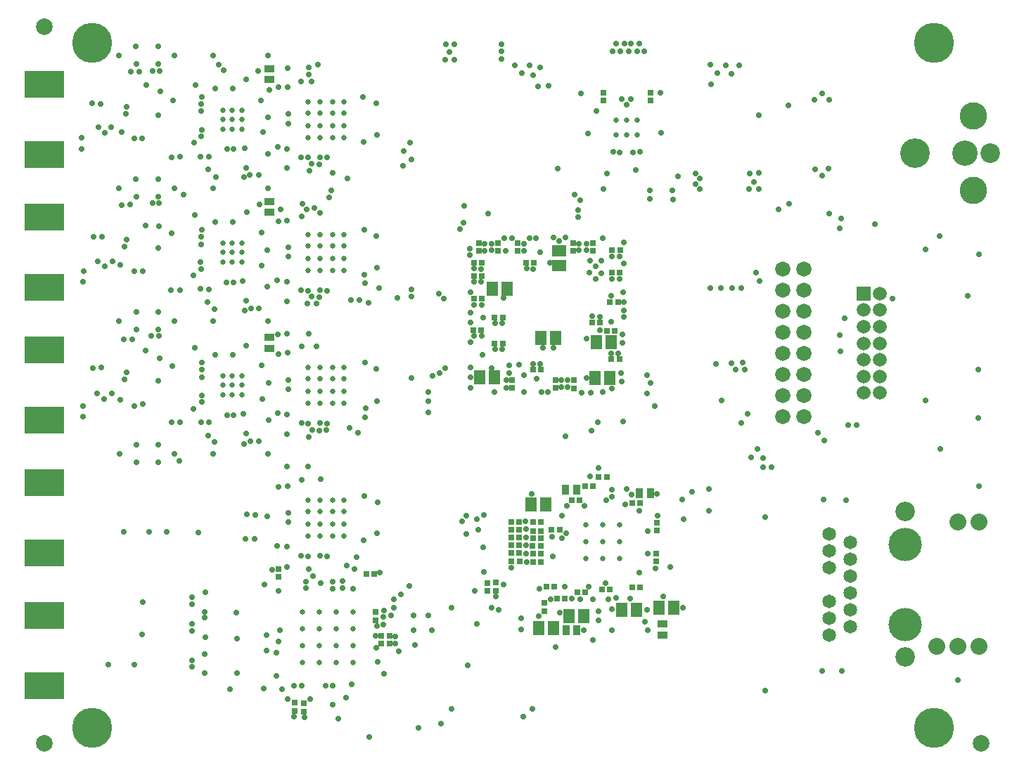
<source format=gbr>
G04 #@! TF.FileFunction,Soldermask,Bot*
%FSLAX46Y46*%
G04 Gerber Fmt 4.6, Leading zero omitted, Abs format (unit mm)*
G04 Created by KiCad (PCBNEW 4.0.5) date Thu Apr  6 14:02:46 2017*
%MOMM*%
%LPD*%
G01*
G04 APERTURE LIST*
%ADD10C,0.100000*%
%ADD11C,0.711200*%
%ADD12R,0.711200X0.660400*%
%ADD13R,0.660400X0.711200*%
%ADD14R,1.452400X1.652400*%
%ADD15R,1.652400X1.452400*%
%ADD16R,1.152400X0.902400*%
%ADD17R,0.902400X1.152400*%
%ADD18R,1.661922X1.661922*%
%ADD19C,1.661922*%
%ADD20C,1.651000*%
%ADD21C,2.032000*%
%ADD22C,2.336800*%
%ADD23C,4.013200*%
%ADD24C,3.302000*%
%ADD25C,2.362200*%
%ADD26C,3.048000*%
%ADD27C,3.556000*%
%ADD28C,1.828800*%
%ADD29C,4.826000*%
%ADD30C,2.000000*%
%ADD31R,4.826000X3.302000*%
%ADD32C,0.660400*%
G04 APERTURE END LIST*
D10*
D11*
X68910200Y62306200D03*
X58470800Y51003200D03*
X59690000Y51993800D03*
X58496200Y51943000D03*
X69570600Y63017400D03*
X68148200Y63068200D03*
X69545200Y64541400D03*
X68224400Y64490600D03*
X74726800Y89789000D03*
X74142600Y90678000D03*
X73863200Y89789000D03*
X73177400Y90652600D03*
X72898000Y89763600D03*
X72339200Y90652600D03*
X71882000Y89738200D03*
X71374000Y90652600D03*
X57531000Y88849200D03*
X57531000Y90576400D03*
X86207600Y88036400D03*
X85242400Y87020400D03*
X84582000Y88087200D03*
X82727800Y88112600D03*
X82753200Y85775800D03*
X80949800Y75031600D03*
X80924400Y73761600D03*
X81432400Y73177400D03*
X88519000Y75082400D03*
X87452200Y75057000D03*
X87985600Y74015600D03*
X87376000Y73126600D03*
X96139000Y74726800D03*
X96901000Y75641200D03*
X97028000Y83870800D03*
X96139000Y84658200D03*
X63220600Y85572600D03*
X95224600Y83870800D03*
X61950600Y85521800D03*
X59131200Y88036400D03*
X60020200Y87096600D03*
X60985400Y88061800D03*
X61391800Y86893400D03*
X51866800Y88747600D03*
X50800000Y88722200D03*
X51892200Y90627200D03*
X50876200Y90627200D03*
D12*
X43103800Y18389600D03*
X44069000Y18389600D03*
X43103800Y19304000D03*
X44069000Y19304000D03*
D13*
X42418000Y21215600D03*
X42418000Y22180800D03*
D12*
X69424800Y57073800D03*
X68459600Y57073800D03*
D14*
X64076400Y55219600D03*
X62276400Y55219600D03*
D12*
X61468000Y64262000D03*
X60502800Y64262000D03*
X62294010Y51409600D03*
X61328810Y51409600D03*
X57690000Y54559200D03*
X56724800Y54559200D03*
X57690000Y57658000D03*
X56724800Y57658000D03*
X54254400Y64236600D03*
X55219600Y64236600D03*
D15*
X64516000Y65702000D03*
X64516000Y63902000D03*
D12*
X71202800Y56083200D03*
X70237600Y56083200D03*
D13*
X54838600Y66649600D03*
X54838600Y65684400D03*
X59512200Y66649600D03*
X59512200Y65684400D03*
X57099200Y66649600D03*
X57099200Y65684400D03*
X66236600Y49149000D03*
X66236600Y50114200D03*
D14*
X70597600Y50342800D03*
X68797600Y50342800D03*
D13*
X58801000Y49174400D03*
X58801000Y50139600D03*
X64084200Y49181000D03*
X64084200Y50146200D03*
D12*
X54214520Y59918600D03*
X55179720Y59918600D03*
D14*
X54908120Y50495200D03*
X56708120Y50495200D03*
D12*
X54224680Y62687200D03*
X55189880Y62687200D03*
X54173880Y56159400D03*
X55139080Y56159400D03*
D13*
X66217800Y66649600D03*
X66217800Y65684400D03*
D14*
X56432120Y61163200D03*
X58232120Y61163200D03*
D13*
X68529200Y66649600D03*
X68529200Y65684400D03*
D12*
X71856600Y65760600D03*
X70891400Y65760600D03*
X71812400Y63042800D03*
X70847200Y63042800D03*
D14*
X70756600Y54660800D03*
X68956600Y54660800D03*
D12*
X71583800Y59563000D03*
X70618600Y59563000D03*
X71761600Y52679600D03*
X70796400Y52679600D03*
X67659000Y24561800D03*
X66693800Y24561800D03*
X64566800Y32054800D03*
X63601600Y32054800D03*
X66979800Y35661600D03*
X66014600Y35661600D03*
X70224400Y38481000D03*
X69259200Y38481000D03*
X67614800Y37312600D03*
X68580000Y37312600D03*
X63931800Y25247600D03*
X62966600Y25247600D03*
D14*
X62926800Y35179000D03*
X61126800Y35179000D03*
D13*
X69875400Y84759800D03*
X69875400Y83794600D03*
X75488800Y83801200D03*
X75488800Y84766400D03*
D14*
X67473400Y21666200D03*
X65673400Y21666200D03*
X76519200Y22733000D03*
X78319200Y22733000D03*
D13*
X76301600Y31978600D03*
X76301600Y32943800D03*
X76174600Y29235400D03*
X76174600Y28270200D03*
X62712600Y23266400D03*
X62712600Y22301200D03*
D12*
X70637400Y24866600D03*
X69672200Y24866600D03*
X64236600Y23774400D03*
X65201800Y23774400D03*
D14*
X63830280Y20243800D03*
X62030280Y20243800D03*
X73808920Y22428200D03*
X72008920Y22428200D03*
D12*
X74244200Y35280600D03*
X73279000Y35280600D03*
X74269600Y25146000D03*
X73304400Y25146000D03*
D16*
X76911200Y19426410D03*
X76911200Y20726410D03*
D17*
X75478400Y36474400D03*
X74178400Y36474400D03*
D13*
X32632400Y10293600D03*
X32632400Y11258800D03*
X33763200Y10204200D03*
X33763200Y11169400D03*
D12*
X42265600Y26746200D03*
X41300400Y26746200D03*
D13*
X30759400Y27381200D03*
X30759400Y26416000D03*
D16*
X29591000Y87645000D03*
X29591000Y86345000D03*
X29591000Y71643000D03*
X29591000Y70343000D03*
X29591000Y55260000D03*
X29591000Y53960000D03*
D18*
X101124004Y60572396D03*
D19*
X103124000Y60572396D03*
X101124004Y58572400D03*
X103124000Y58572400D03*
X101124004Y56572404D03*
X103124000Y56572404D03*
X101124004Y54572408D03*
X103124000Y54572408D03*
X101124004Y52572412D03*
X103124000Y52572412D03*
X101124004Y50572416D03*
X103124000Y50572416D03*
X101124004Y48572420D03*
X103124000Y48572420D03*
D20*
X99568000Y30607000D03*
X99568000Y28575000D03*
X99568000Y26543000D03*
X99568000Y24511000D03*
X99568000Y22479000D03*
X99568000Y20447000D03*
X97028000Y31623000D03*
X97028000Y29591000D03*
X97028000Y27559000D03*
X97028000Y23495000D03*
X97028000Y21463000D03*
X97028000Y19431000D03*
D21*
X112522000Y33045400D03*
X115062000Y33045400D03*
X109982000Y18008600D03*
X112522000Y18008600D03*
X115062000Y18008600D03*
D22*
X106172000Y34315400D03*
X106172000Y16738600D03*
D23*
X106172000Y30353000D03*
X106172000Y20701000D03*
D24*
X114382804Y81970118D03*
X114382804Y72969882D03*
D25*
X116382800Y77470000D03*
D26*
X113382806Y77470000D03*
D27*
X107382818Y77470000D03*
D28*
X93980000Y45720000D03*
X91440000Y45720000D03*
X93980000Y48260000D03*
X91440000Y48260000D03*
X93980000Y50800000D03*
X91440000Y50800000D03*
X93980000Y53340000D03*
X91440000Y53340000D03*
X93980000Y55880000D03*
X91440000Y55880000D03*
X93980000Y58420000D03*
X91440000Y58420000D03*
X93980000Y60960000D03*
X91440000Y60960000D03*
X93980000Y63500000D03*
X91440000Y63500000D03*
D29*
X8255000Y90805000D03*
X109601000Y90805000D03*
X8255000Y8255000D03*
X109601000Y8255000D03*
D17*
X65288400Y36957000D03*
X66588400Y36957000D03*
X66654190Y19989800D03*
X65354190Y19989800D03*
D13*
X55854600Y24714200D03*
X55854600Y25679400D03*
X56845200Y24739600D03*
X56845200Y25704800D03*
D12*
X62299600Y28219400D03*
X61334400Y28219400D03*
X59734200Y28270200D03*
X58769000Y28270200D03*
X62274200Y30124400D03*
X61309000Y30124400D03*
X62325000Y31038800D03*
X61359800Y31038800D03*
X62325000Y31953200D03*
X61359800Y31953200D03*
X62299600Y32994600D03*
X61334400Y32994600D03*
X59708800Y30200600D03*
X58743600Y30200600D03*
X59683400Y31191200D03*
X58718200Y31191200D03*
X59683400Y32080200D03*
X58718200Y32080200D03*
X59715400Y33045400D03*
X58750200Y33045400D03*
X62299600Y29184600D03*
X61334400Y29184600D03*
X59708800Y29260800D03*
X58743600Y29260800D03*
D30*
X2540000Y6350000D03*
X115316000Y6350000D03*
X2540000Y92710000D03*
D11*
X88519000Y82042000D03*
D31*
X2540000Y77279500D03*
X2540000Y85788500D03*
D32*
X2540000Y78105000D03*
X4191000Y78105000D03*
X889000Y78105000D03*
X889000Y76327000D03*
X2540000Y76327000D03*
X4191000Y76327000D03*
X889000Y86741000D03*
X2540000Y86741000D03*
X4191000Y86741000D03*
X4191000Y84963000D03*
X2540000Y84963000D03*
X889000Y84963000D03*
D31*
X2540000Y61277500D03*
X2540000Y69786500D03*
D32*
X2540000Y62103000D03*
X4191000Y62103000D03*
X889000Y62103000D03*
X889000Y60325000D03*
X2540000Y60325000D03*
X4191000Y60325000D03*
X889000Y70739000D03*
X2540000Y70739000D03*
X4191000Y70739000D03*
X4191000Y68961000D03*
X2540000Y68961000D03*
X889000Y68961000D03*
D31*
X2540000Y45275500D03*
X2540000Y53784500D03*
D32*
X2540000Y46101000D03*
X4191000Y46101000D03*
X889000Y46101000D03*
X889000Y44323000D03*
X2540000Y44323000D03*
X4191000Y44323000D03*
X889000Y54737000D03*
X2540000Y54737000D03*
X4191000Y54737000D03*
X4191000Y52959000D03*
X2540000Y52959000D03*
X889000Y52959000D03*
D31*
X2540000Y29273500D03*
X2540000Y37782500D03*
D32*
X2540000Y30099000D03*
X4191000Y30099000D03*
X889000Y30099000D03*
X889000Y28321000D03*
X2540000Y28321000D03*
X4191000Y28321000D03*
X889000Y38735000D03*
X2540000Y38735000D03*
X4191000Y38735000D03*
X4191000Y36957000D03*
X2540000Y36957000D03*
X889000Y36957000D03*
D31*
X2540000Y13271500D03*
X2540000Y21780500D03*
D32*
X2540000Y14097000D03*
X4191000Y14097000D03*
X889000Y14097000D03*
X889000Y12319000D03*
X2540000Y12319000D03*
X4191000Y12319000D03*
X889000Y22733000D03*
X2540000Y22733000D03*
X4191000Y22733000D03*
X4191000Y20955000D03*
X2540000Y20955000D03*
X889000Y20955000D03*
X24004778Y82673698D03*
X25147778Y82673698D03*
X26290778Y82673698D03*
X24004778Y81530698D03*
X25147778Y81530698D03*
X26290778Y81530698D03*
X24004778Y80387698D03*
X25147778Y80387698D03*
X26290778Y80387698D03*
X24004778Y66671698D03*
X25147778Y66671698D03*
X26290778Y66671698D03*
X24004778Y65528698D03*
X25147778Y65528698D03*
X26290778Y65528698D03*
X24004778Y64385698D03*
X25147778Y64385698D03*
X26290778Y64385698D03*
X24004778Y50669698D03*
X25147778Y50669698D03*
X26290778Y50669698D03*
X24004778Y49526698D03*
X25147778Y49526698D03*
X26290778Y49526698D03*
X24004778Y48383698D03*
X25147778Y48383698D03*
X26290778Y48383698D03*
X35661600Y20193000D03*
X37693600Y20193000D03*
X37693600Y18161000D03*
X35661600Y18161000D03*
X35661600Y22225000D03*
X37693600Y22225000D03*
X33629600Y22225000D03*
X33629600Y20193000D03*
X33629600Y18161000D03*
X33629600Y16129000D03*
X35661600Y16129000D03*
X37693600Y16129000D03*
X39725600Y16129000D03*
X39725600Y18161000D03*
X39725600Y20193000D03*
X39725600Y22225000D03*
D11*
X95351600Y75488800D03*
X88544400Y73177400D03*
X81407000Y74396600D03*
X83566000Y87122000D03*
X70967600Y89738200D03*
X62230000Y87807800D03*
X57531000Y89712800D03*
X51308000Y89687400D03*
D32*
X72612758Y79674974D03*
X72612758Y81452974D03*
X73882758Y81452974D03*
X73882758Y79674974D03*
X71342758Y79674974D03*
X71342758Y81452974D03*
X69773800Y30632400D03*
X69773800Y28600400D03*
X71805800Y28600400D03*
X67741800Y28600400D03*
X71805800Y30632400D03*
X67741800Y30632400D03*
X67741800Y32664400D03*
X69773800Y32664400D03*
X71805800Y32664400D03*
X35704780Y82292698D03*
X37228780Y82292698D03*
X37228780Y80768698D03*
X35704780Y80768698D03*
X34307780Y83689698D03*
X38625780Y83689698D03*
X35704780Y83689698D03*
X37228780Y83689698D03*
X34307780Y82292698D03*
X38625780Y82292698D03*
X38625780Y80768698D03*
X34307780Y80768698D03*
X34307780Y79371698D03*
X35704780Y79371698D03*
X37228780Y79371698D03*
X38625780Y79371698D03*
X35679380Y66290698D03*
X37203380Y66290698D03*
X37203380Y64766698D03*
X35679380Y64766698D03*
X34282380Y67687698D03*
X38600380Y67687698D03*
X35679380Y67687698D03*
X37203380Y67687698D03*
X34282380Y66290698D03*
X38600380Y66290698D03*
X38600380Y64766698D03*
X34282380Y64766698D03*
X34282380Y63369698D03*
X35679380Y63369698D03*
X37203380Y63369698D03*
X38600380Y63369698D03*
X35679380Y50288698D03*
X37203380Y50288698D03*
X37203380Y48764698D03*
X35679380Y48764698D03*
X34282380Y51685698D03*
X38600380Y51685698D03*
X35679380Y51685698D03*
X37203380Y51685698D03*
X34282380Y50288698D03*
X38600380Y50288698D03*
X38600380Y48764698D03*
X34282380Y48764698D03*
X34282380Y47367698D03*
X35679380Y47367698D03*
X37203380Y47367698D03*
X38600380Y47367698D03*
X35679380Y34286698D03*
X37203380Y34286698D03*
X37203380Y32762698D03*
X35679380Y32762698D03*
X34282380Y35683698D03*
X38600380Y35683698D03*
X35679380Y35683698D03*
X37203380Y35683698D03*
X34282380Y34286698D03*
X38600380Y34286698D03*
X38600380Y32762698D03*
X34282380Y32762698D03*
X34282380Y31365698D03*
X35679380Y31365698D03*
X37203380Y31365698D03*
X38600380Y31365698D03*
D11*
X68910200Y63804800D03*
X60248800Y50749200D03*
X14782800Y85648800D03*
X15570200Y87350600D03*
X14325600Y79273400D03*
X8255000Y83489800D03*
X6985000Y79375000D03*
X13335000Y79248000D03*
X13995400Y87274400D03*
X13589000Y40259000D03*
X13589000Y42316400D03*
X16256000Y40259000D03*
X16256000Y42316400D03*
X16256000Y58318400D03*
X16256000Y56261000D03*
X13589000Y56261000D03*
X13589000Y58318400D03*
X16256000Y74320400D03*
X16256000Y72263000D03*
X13589000Y72263000D03*
X13563600Y74320400D03*
X16256000Y90322400D03*
X16256000Y88239600D03*
X13589000Y88239600D03*
X13563600Y90322400D03*
X29489400Y89281000D03*
X22809200Y89281000D03*
X11811000Y80010000D03*
X12979400Y87274400D03*
X36576000Y28905200D03*
X35712400Y28930600D03*
X34239200Y28905200D03*
X31877000Y32994600D03*
X31877000Y34163000D03*
X36601400Y44907200D03*
X35737800Y44932600D03*
X34290000Y44907200D03*
X31902400Y48996600D03*
X31902400Y50165000D03*
X36576000Y60909200D03*
X35712400Y60934600D03*
X34239200Y60909200D03*
X31877000Y64998600D03*
X31877000Y66167000D03*
X36550600Y76936600D03*
X35737800Y76962000D03*
X34264600Y76936600D03*
X31902400Y81026000D03*
X31902400Y82194400D03*
X65354200Y31673800D03*
X74244200Y77622400D03*
X92100400Y83261200D03*
X78841600Y74676000D03*
X73710800Y75412600D03*
X70231000Y74980800D03*
X64338200Y75641200D03*
X36372800Y13258800D03*
X30911800Y19989800D03*
X25298400Y45923200D03*
X24511000Y45923200D03*
X23088600Y53213000D03*
X25273000Y61925200D03*
X24485600Y61925200D03*
X23063200Y69215000D03*
X23088600Y85242400D03*
X25298400Y77952600D03*
X24511000Y77952600D03*
X73253600Y36322000D03*
X57810400Y59994800D03*
X57912000Y67233800D03*
X60909200Y67259200D03*
X69743600Y67238600D03*
X72263000Y66700400D03*
X72237600Y60680600D03*
X72288400Y58521600D03*
X71983600Y50977800D03*
X69743800Y48661800D03*
X65532000Y50088800D03*
X64795400Y50088800D03*
X56413400Y51587400D03*
X63169800Y48691800D03*
X60241400Y48684400D03*
X58115200Y50139600D03*
X53796900Y54661100D03*
X55194200Y55473600D03*
X55179700Y59171100D03*
X53797200Y60680600D03*
X55105300Y61963300D03*
X55092600Y63474600D03*
X53771800Y65963800D03*
X69843400Y73120000D03*
X53086000Y71145400D03*
X65278000Y43357800D03*
X75107800Y48488600D03*
X86563200Y52273200D03*
X115062000Y65278000D03*
X68224400Y38531800D03*
X76377800Y33756600D03*
X76073000Y27406600D03*
X79400400Y22733000D03*
X77038200Y24079200D03*
X75107800Y22402800D03*
X75133200Y20015200D03*
X73025000Y23825200D03*
X70866000Y22504400D03*
X71399400Y23876000D03*
X70078600Y25628600D03*
X70815200Y20015200D03*
X67056000Y23698200D03*
X65989200Y23774400D03*
X64084200Y17957800D03*
X65455800Y34975800D03*
X63684400Y31210000D03*
X62077600Y21691600D03*
X61163200Y36398200D03*
X58750200Y27533600D03*
X79527400Y33401000D03*
X82550000Y37007800D03*
X99060000Y35687000D03*
X96355400Y35724600D03*
X59886600Y21444200D03*
X57200800Y22453600D03*
X61264800Y10464800D03*
X53517800Y15773400D03*
X51587400Y10490200D03*
X51562000Y22656800D03*
X44627800Y23723600D03*
X45440600Y24282400D03*
X44272200Y21793200D03*
X43408600Y22377400D03*
X44754800Y19253200D03*
X44754800Y18389600D03*
X47103800Y18198600D03*
X45212000Y17424400D03*
X43459400Y14757400D03*
X38836600Y11861800D03*
X37236400Y10972800D03*
X34544000Y11658600D03*
X31826200Y11684000D03*
X31121600Y12884400D03*
X29311600Y19431000D03*
X25730200Y14833600D03*
X25704800Y18948400D03*
X25679400Y22123400D03*
X21818600Y22225000D03*
X21793200Y14782800D03*
X20320000Y15544800D03*
X21876000Y19145000D03*
X20345400Y23088600D03*
X14351000Y23393400D03*
X14325600Y19456400D03*
X13385800Y15875000D03*
X10236200Y15875000D03*
X38963600Y27762200D03*
X39878000Y27330400D03*
X34366200Y27355800D03*
X31724600Y27635200D03*
X29057600Y25527000D03*
X42545000Y31648400D03*
X42621200Y35407600D03*
X34315400Y39751000D03*
X31775400Y39700200D03*
X30683200Y37261800D03*
X30556200Y30175200D03*
X29387800Y33731200D03*
X27863800Y31013400D03*
X26771600Y31013400D03*
X27889200Y33858200D03*
X26898600Y33934400D03*
X21107400Y31724600D03*
X17246600Y31800800D03*
X15113000Y31800800D03*
X12090400Y31851600D03*
X29464000Y41275000D03*
X22834600Y41275000D03*
X31775400Y55753000D03*
X34340800Y55753000D03*
X30708600Y53263800D03*
X29464000Y57277000D03*
X22834600Y57277000D03*
X42519600Y51460400D03*
X42589200Y47631600D03*
X34391600Y43307000D03*
X31750000Y43611800D03*
X30607000Y46151800D03*
X29565600Y45339000D03*
X29508200Y49758600D03*
X27355800Y42773600D03*
X26543000Y42392600D03*
X26847800Y43662600D03*
X26822400Y54279800D03*
X21463000Y50495200D03*
X23037800Y42646600D03*
X22212300Y43472100D03*
X22358604Y45053000D03*
X21386800Y45059600D03*
X20472400Y46659800D03*
X18897600Y45034200D03*
X16256000Y50012600D03*
X20650200Y54000400D03*
X17907000Y51841400D03*
X16370300Y52717700D03*
X16357600Y55499000D03*
X18161000Y57277000D03*
X11531600Y57277000D03*
X10642600Y48488600D03*
X9753600Y47853600D03*
X8864600Y48488600D03*
X12192000Y50241200D03*
X12446000Y51028600D03*
X9423400Y51638200D03*
X46761400Y61010800D03*
X42532300Y63665100D03*
X42494200Y67462400D03*
X34156400Y59327800D03*
X31743400Y59607200D03*
X30562800Y62185800D03*
X33578800Y71374000D03*
X31013400Y70739000D03*
X30683200Y69265800D03*
X29387800Y65786000D03*
X26898600Y70332600D03*
X27406600Y58775600D03*
X29337000Y61417200D03*
X26619200Y58496200D03*
X26822400Y59664600D03*
X23012400Y58648600D03*
X22148800Y59486800D03*
X22352000Y61036200D03*
X21336000Y61137800D03*
X20447000Y62712600D03*
X21437600Y66497200D03*
X20624800Y70002400D03*
X17881600Y67843400D03*
X18872200Y60960000D03*
X11531600Y73279000D03*
X16357600Y68707000D03*
X16357600Y71475600D03*
X16230600Y66014600D03*
X12420600Y67030600D03*
X12166600Y66243200D03*
X10718800Y64465200D03*
X9829800Y63830200D03*
X8940800Y64465200D03*
X9499600Y67386200D03*
X37261800Y75107800D03*
X42570400Y79679800D03*
X42506900Y83502500D03*
X34417000Y75361800D03*
X34340800Y87782400D03*
X31724600Y75666600D03*
X31800800Y87731600D03*
X30708600Y85445600D03*
X30594300Y78219300D03*
X29413200Y77393800D03*
X29438600Y81788000D03*
X26822400Y86334600D03*
X26797000Y75666600D03*
X27228800Y74879200D03*
X26600400Y74574400D03*
X23164800Y74574400D03*
X22225000Y75488800D03*
X22358604Y77082396D03*
X21336000Y77063600D03*
X20523200Y78765400D03*
X21437600Y82550000D03*
X20701000Y85699600D03*
X18897600Y77063600D03*
X11531600Y89281000D03*
X18161000Y89281000D03*
X18059400Y83845400D03*
X16433800Y87376000D03*
X16503396Y84944204D03*
X12319000Y82219800D03*
X16256000Y82042000D03*
X12446000Y83058000D03*
X9779000Y79908400D03*
X10541000Y80645000D03*
X9017000Y80645000D03*
X18161000Y41275000D03*
X11557000Y41275000D03*
X18161000Y73279000D03*
X29464000Y73279000D03*
X22834600Y73279000D03*
X114935000Y45593000D03*
X114935000Y51435000D03*
X9321800Y83439000D03*
X96139000Y15113000D03*
X98552000Y15113000D03*
X24866600Y12852400D03*
X64592200Y22072600D03*
X69240400Y39573200D03*
X69443600Y56108600D03*
X62153800Y24993600D03*
X55549800Y65735200D03*
X56413400Y65760600D03*
X60261500Y65747900D03*
X66903600Y65760600D03*
X67818000Y65760600D03*
X70866000Y65024000D03*
X70847200Y62312800D03*
X70777100Y60286900D03*
X70796400Y53346600D03*
X67843400Y55092600D03*
X63373000Y64236600D03*
X89027000Y39624000D03*
X99339400Y44678600D03*
X20320000Y20726400D03*
X11684000Y64008000D03*
X11861800Y71247000D03*
X11684000Y47752000D03*
X12083796Y55067200D03*
X56794400Y53848000D03*
X56781700Y56959500D03*
X60585600Y63569600D03*
X68453000Y57810400D03*
X61366400Y52095400D03*
X62560200Y54025800D03*
X67767200Y50342800D03*
X25247600Y85242400D03*
X21437600Y79476600D03*
X26670000Y78079600D03*
X28879800Y80010000D03*
X21463000Y80264000D03*
X21386800Y83439000D03*
X21463000Y84277200D03*
X28575000Y83820000D03*
X29591000Y85090000D03*
X70891400Y49072800D03*
X90061800Y39617400D03*
X100330000Y44704000D03*
X20320000Y19913600D03*
X64541400Y66852800D03*
X72085200Y54610000D03*
X55549800Y66573400D03*
X56413400Y66573400D03*
X60248800Y66573400D03*
X66903600Y66573400D03*
X67818000Y66573400D03*
X71773800Y65056000D03*
X71812400Y62338200D03*
X72288400Y59563000D03*
X71653400Y53365400D03*
X37261800Y13335000D03*
X31699200Y30048200D03*
X28244800Y87401400D03*
X72146160Y55661560D03*
X58801000Y67233800D03*
X61722000Y67259200D03*
X63830200Y67310000D03*
X65278000Y67284600D03*
X72266300Y64163700D03*
X72288400Y57708800D03*
X72009000Y49961800D03*
X67243200Y48625000D03*
X65532000Y49276000D03*
X64795400Y49276000D03*
X62357000Y48691800D03*
X58115200Y49174400D03*
X56740600Y48688800D03*
X53797200Y49174400D03*
X53873400Y50495200D03*
X53797200Y51663600D03*
X54254400Y55448200D03*
X53797200Y57073800D03*
X53797200Y58242200D03*
X54214500Y59221900D03*
X54292500Y61988700D03*
X54254400Y63550800D03*
X53759100Y65163700D03*
X78181200Y71907400D03*
X78105000Y72999600D03*
X68402200Y44043600D03*
X76022200Y46990000D03*
X82727800Y61188600D03*
X83997800Y61188600D03*
X85217000Y52197000D03*
X113665000Y60325000D03*
X76276200Y36449000D03*
X67462400Y19989800D03*
X112522000Y13970000D03*
X115062000Y37338000D03*
X56337200Y22682200D03*
X60147200Y9575800D03*
X46431200Y25298400D03*
X42570400Y20523200D03*
X42367200Y19329400D03*
X42468800Y17830800D03*
X42697400Y16179800D03*
X39522400Y13462000D03*
X33832800Y9474200D03*
X32588200Y9550400D03*
X30734000Y18643600D03*
X20320000Y16357600D03*
X20345400Y23926800D03*
X33426400Y28956000D03*
X40132000Y28778200D03*
X29972000Y27254200D03*
X40995600Y30861000D03*
X41021000Y36195000D03*
X33553400Y38125400D03*
X31800800Y37338000D03*
X48768000Y46253400D03*
X48768000Y47574200D03*
X31800800Y53390800D03*
X33528000Y54178200D03*
X41122600Y52247800D03*
X41198800Y46761400D03*
X33502600Y44958000D03*
X31750000Y45974000D03*
X7213600Y45745400D03*
X45008800Y60071000D03*
X42824400Y61188600D03*
X41071800Y62839600D03*
X41071800Y68249800D03*
X33451800Y60934600D03*
X31743400Y62008000D03*
X33528000Y69875400D03*
X31750000Y69342000D03*
X7213600Y62001400D03*
X46736000Y76733400D03*
X46558200Y78714600D03*
X40970200Y78867000D03*
X40886380Y84284820D03*
X33401000Y76962000D03*
X33464500Y86118700D03*
X31724600Y77952600D03*
X31800800Y85420200D03*
X6985000Y77978000D03*
X42951400Y26924000D03*
X28448000Y71297800D03*
X30632400Y55626000D03*
X21894800Y24561800D03*
X28346400Y74828400D03*
X28930600Y12928600D03*
X29260800Y17551400D03*
X30429200Y14478000D03*
X30429200Y17297400D03*
X33502600Y13309600D03*
X32613600Y13335000D03*
X30759400Y24688800D03*
X39700200Y25019000D03*
X12827000Y71272400D03*
X13335000Y63220600D03*
X14681200Y68783200D03*
X15570200Y71424800D03*
X14376400Y63220600D03*
X7224014Y63261000D03*
X8432800Y67360800D03*
X28727400Y63906400D03*
X28702000Y67945000D03*
X25209500Y69202300D03*
X26441400Y62103000D03*
X21412200Y63500000D03*
X21310600Y64363600D03*
X21437600Y67411600D03*
X21463000Y68275200D03*
X21818600Y21488400D03*
X28346400Y58750200D03*
X13335000Y46990000D03*
X13099796Y55067200D03*
X8407400Y51562000D03*
X14757400Y53721000D03*
X15367000Y55473600D03*
X14338300Y47256700D03*
X7188200Y46990000D03*
X26466800Y46050200D03*
X28702000Y51943000D03*
X28790900Y47866300D03*
X25247600Y53213000D03*
X21463000Y48234600D03*
X21463000Y51409600D03*
X21463000Y52273200D03*
X21463000Y47472600D03*
X21793200Y17119600D03*
X28371800Y42748200D03*
X57607200Y53848000D03*
X57607200Y56946800D03*
X61385200Y63532000D03*
X69424800Y57778400D03*
X63830200Y54025800D03*
X62230000Y52095400D03*
X62230000Y65557400D03*
X70739000Y57124600D03*
X61798200Y50266600D03*
X55270400Y53162200D03*
X55321200Y57661800D03*
X68529200Y18821400D03*
X72466200Y35102800D03*
X64846200Y33782000D03*
X65201800Y25273000D03*
X70154800Y35610800D03*
X67523100Y34975800D03*
X64820800Y31038800D03*
X68023500Y25275300D03*
X73431400Y77546200D03*
X71805800Y77597000D03*
X68961000Y82575400D03*
X72618600Y83286600D03*
X76809600Y79908400D03*
X70993000Y77673200D03*
X67945000Y79832200D03*
X67157600Y84632800D03*
X72059800Y84023200D03*
X73177400Y84023200D03*
X76708000Y84734400D03*
X66344800Y72466200D03*
X17830800Y76936600D03*
X17780000Y60960000D03*
X19304000Y72517000D03*
X18821800Y40362600D03*
X46761400Y50419000D03*
X17830800Y45008800D03*
X46685200Y60198000D03*
X69215000Y21183600D03*
X75158600Y31953200D03*
X75184000Y29210000D03*
X77901800Y27609800D03*
X72618600Y36982400D03*
X70891400Y36906200D03*
X70434200Y23672800D03*
X63500000Y23723600D03*
X63703200Y28879800D03*
X79324200Y35763200D03*
X82550000Y34366200D03*
X56870600Y24028400D03*
X68529200Y23698200D03*
X74193400Y34391600D03*
X74142600Y26898600D03*
X59918600Y20091400D03*
X54635400Y20751800D03*
X104673400Y59944000D03*
X102489000Y68961000D03*
X98907600Y57607200D03*
X98475800Y69621400D03*
X98298000Y68427600D03*
X98298000Y55549800D03*
X98399600Y53568600D03*
X97053400Y70154800D03*
X89281000Y33655000D03*
X89281000Y12700000D03*
X75107800Y50723800D03*
X75488800Y49784000D03*
X88214200Y63068200D03*
X88646000Y62103000D03*
X92151200Y71348600D03*
X90906600Y70739000D03*
X86461600Y44932600D03*
X85750400Y51384200D03*
X72237600Y45135800D03*
X85293200Y61188600D03*
X68326000Y48615600D03*
X84099400Y47701200D03*
X83362800Y52095400D03*
X48768000Y48666400D03*
X87172800Y46024800D03*
X86817200Y51358800D03*
X69189600Y45085000D03*
X86461600Y61188600D03*
X110363000Y41859200D03*
X110312200Y67513200D03*
X108585000Y47650400D03*
X108585000Y65913000D03*
X70866000Y36093400D03*
X80492600Y36677600D03*
X55956200Y70231000D03*
X39039800Y74447400D03*
X24079200Y87503000D03*
X75387200Y73025000D03*
X75412600Y71932800D03*
X23545800Y88163400D03*
X36830000Y72136000D03*
X45720000Y75920600D03*
X45796200Y77698600D03*
X37084000Y73025000D03*
X55397400Y29972000D03*
X54305200Y24688800D03*
X60579000Y28219400D03*
X60502800Y30200600D03*
X60502800Y31191200D03*
X60502800Y32207200D03*
X60477400Y33147000D03*
X60502800Y29210000D03*
X55448200Y27025600D03*
X55473600Y33832800D03*
X53365400Y33807400D03*
X54635400Y33401000D03*
X52781200Y33147000D03*
X57835800Y25501600D03*
X74803000Y21031200D03*
X69265800Y22301200D03*
X96393000Y42875200D03*
X41656000Y7137400D03*
X95694500Y43751500D03*
X37922200Y9347200D03*
X89052400Y40741600D03*
X46990000Y19989800D03*
X49149000Y19989800D03*
X43357800Y20675600D03*
X88392000Y41808400D03*
X50241200Y8712200D03*
X47574200Y8229600D03*
X44627800Y22656800D03*
X87630000Y40817800D03*
X48793400Y21742400D03*
X46990000Y21742400D03*
X43332400Y21564600D03*
X34061400Y25044400D03*
X34671000Y76200000D03*
X34036000Y25857200D03*
X35610800Y76123800D03*
X66802000Y69748400D03*
X35458400Y88138000D03*
X66827400Y70612000D03*
X34698400Y86082632D03*
X67005200Y71780400D03*
X34391600Y86944200D03*
X38404800Y25882600D03*
X34671000Y60198000D03*
X38404800Y25044400D03*
X35610800Y60096400D03*
X52984400Y69088000D03*
X35737800Y70307200D03*
X52527200Y68351400D03*
X35001200Y70866000D03*
X34112200Y70739000D03*
X58039000Y65709800D03*
X37236400Y25019000D03*
X34772600Y44145200D03*
X37211000Y25857200D03*
X35661600Y44018200D03*
X35331400Y54178200D03*
X41122600Y61798200D03*
X41529000Y59436000D03*
X35280600Y59334400D03*
X50647600Y59918600D03*
X40487600Y59791600D03*
X50012600Y60579000D03*
X39446200Y59766200D03*
X35814000Y25654000D03*
X34874200Y26492200D03*
X35788600Y38201600D03*
X41097200Y45643800D03*
X36449000Y44119800D03*
X49250600Y50596800D03*
X40309800Y43764200D03*
X50139600Y50977800D03*
X50800000Y51562000D03*
X39268400Y44399200D03*
X53314600Y31572200D03*
X54737000Y32105600D03*
M02*

</source>
